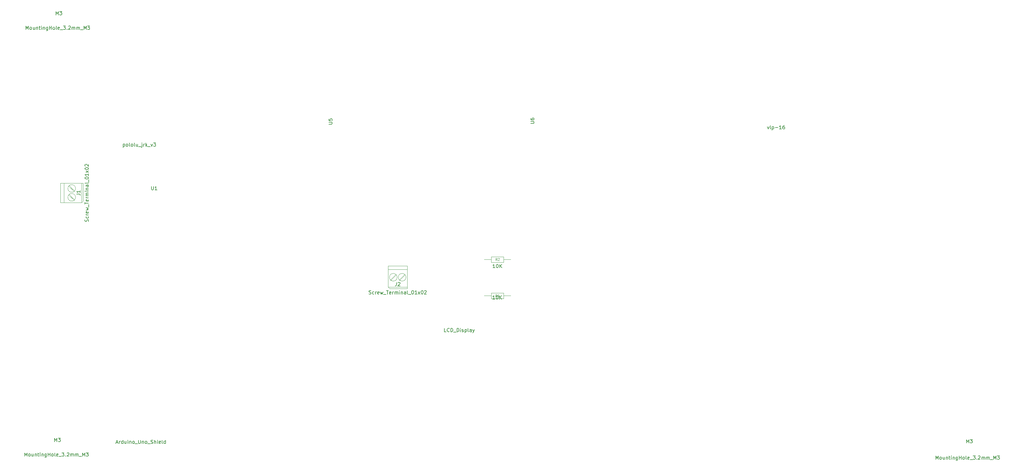
<source format=gbr>
G04 #@! TF.GenerationSoftware,KiCad,Pcbnew,5.0.2-bee76a0~70~ubuntu16.04.1*
G04 #@! TF.CreationDate,2021-10-26T00:07:22+01:00*
G04 #@! TF.ProjectId,Podcar_PCB,506f6463-6172-45f5-9043-422e6b696361,rev?*
G04 #@! TF.SameCoordinates,Original*
G04 #@! TF.FileFunction,Other,Fab,Top*
%FSLAX46Y46*%
G04 Gerber Fmt 4.6, Leading zero omitted, Abs format (unit mm)*
G04 Created by KiCad (PCBNEW 5.0.2-bee76a0~70~ubuntu16.04.1) date Tue 26 Oct 2021 00:07:22 BST*
%MOMM*%
%LPD*%
G01*
G04 APERTURE LIST*
%ADD10C,0.100000*%
%ADD11C,0.150000*%
%ADD12C,0.108000*%
G04 APERTURE END LIST*
D10*
G04 #@! TO.C,J2*
X116841000Y-91865000D02*
X115306000Y-93400000D01*
X116975000Y-92000000D02*
X115440000Y-93535000D01*
X114301000Y-91865000D02*
X112765000Y-93400000D01*
X114435000Y-92000000D02*
X112899000Y-93535000D01*
X112100000Y-90450000D02*
X117640000Y-90450000D01*
X112100000Y-95550000D02*
X117640000Y-95550000D01*
X112100000Y-95550000D02*
X112100000Y-89450000D01*
X112500000Y-95950000D02*
X112100000Y-95550000D01*
X117640000Y-95950000D02*
X112500000Y-95950000D01*
X117640000Y-89450000D02*
X117640000Y-95950000D01*
X112100000Y-89450000D02*
X117640000Y-89450000D01*
X117240000Y-92700000D02*
G75*
G03X117240000Y-92700000I-1100000J0D01*
G01*
X114700000Y-92700000D02*
G75*
G03X114700000Y-92700000I-1100000J0D01*
G01*
G04 #@! TO.C,J1*
X20365000Y-66459000D02*
X21900000Y-67994000D01*
X20500000Y-66325000D02*
X22035000Y-67860000D01*
X20365000Y-68999000D02*
X21900000Y-70535000D01*
X20500000Y-68865000D02*
X22035000Y-70401000D01*
X18950000Y-71200000D02*
X18950000Y-65660000D01*
X24050000Y-71200000D02*
X24050000Y-65660000D01*
X24050000Y-71200000D02*
X17950000Y-71200000D01*
X24450000Y-70800000D02*
X24050000Y-71200000D01*
X24450000Y-65660000D02*
X24450000Y-70800000D01*
X17950000Y-65660000D02*
X24450000Y-65660000D01*
X17950000Y-71200000D02*
X17950000Y-65660000D01*
X22300000Y-67160000D02*
G75*
G03X22300000Y-67160000I-1100000J0D01*
G01*
X22300000Y-69700000D02*
G75*
G03X22300000Y-69700000I-1100000J0D01*
G01*
G04 #@! TO.C,R2*
X147320000Y-87600000D02*
X145310000Y-87600000D01*
X139700000Y-87600000D02*
X141710000Y-87600000D01*
X145310000Y-86800000D02*
X141710000Y-86800000D01*
X145310000Y-88400000D02*
X145310000Y-86800000D01*
X141710000Y-88400000D02*
X145310000Y-88400000D01*
X141710000Y-86800000D02*
X141710000Y-88400000D01*
G04 #@! TO.C,R1*
X147320000Y-98000000D02*
X145310000Y-98000000D01*
X139700000Y-98000000D02*
X141710000Y-98000000D01*
X145310000Y-97200000D02*
X141710000Y-97200000D01*
X145310000Y-98800000D02*
X145310000Y-97200000D01*
X141710000Y-98800000D02*
X145310000Y-98800000D01*
X141710000Y-97200000D02*
X141710000Y-98800000D01*
G04 #@! TD*
G04 #@! TO.C,U2*
D11*
X35960333Y-54364314D02*
X35960333Y-55364314D01*
X35960333Y-54411933D02*
X36055571Y-54364314D01*
X36246047Y-54364314D01*
X36341285Y-54411933D01*
X36388904Y-54459552D01*
X36436523Y-54554790D01*
X36436523Y-54840504D01*
X36388904Y-54935742D01*
X36341285Y-54983361D01*
X36246047Y-55030980D01*
X36055571Y-55030980D01*
X35960333Y-54983361D01*
X37007952Y-55030980D02*
X36912714Y-54983361D01*
X36865095Y-54935742D01*
X36817476Y-54840504D01*
X36817476Y-54554790D01*
X36865095Y-54459552D01*
X36912714Y-54411933D01*
X37007952Y-54364314D01*
X37150809Y-54364314D01*
X37246047Y-54411933D01*
X37293666Y-54459552D01*
X37341285Y-54554790D01*
X37341285Y-54840504D01*
X37293666Y-54935742D01*
X37246047Y-54983361D01*
X37150809Y-55030980D01*
X37007952Y-55030980D01*
X37912714Y-55030980D02*
X37817476Y-54983361D01*
X37769857Y-54888123D01*
X37769857Y-54030980D01*
X38436523Y-55030980D02*
X38341285Y-54983361D01*
X38293666Y-54935742D01*
X38246047Y-54840504D01*
X38246047Y-54554790D01*
X38293666Y-54459552D01*
X38341285Y-54411933D01*
X38436523Y-54364314D01*
X38579380Y-54364314D01*
X38674619Y-54411933D01*
X38722238Y-54459552D01*
X38769857Y-54554790D01*
X38769857Y-54840504D01*
X38722238Y-54935742D01*
X38674619Y-54983361D01*
X38579380Y-55030980D01*
X38436523Y-55030980D01*
X39341285Y-55030980D02*
X39246047Y-54983361D01*
X39198428Y-54888123D01*
X39198428Y-54030980D01*
X40150809Y-54364314D02*
X40150809Y-55030980D01*
X39722238Y-54364314D02*
X39722238Y-54888123D01*
X39769857Y-54983361D01*
X39865095Y-55030980D01*
X40007952Y-55030980D01*
X40103190Y-54983361D01*
X40150809Y-54935742D01*
X40388904Y-55126219D02*
X41150809Y-55126219D01*
X41388904Y-54364314D02*
X41388904Y-55221457D01*
X41341285Y-55316695D01*
X41246047Y-55364314D01*
X41198428Y-55364314D01*
X41388904Y-54030980D02*
X41341285Y-54078600D01*
X41388904Y-54126219D01*
X41436523Y-54078600D01*
X41388904Y-54030980D01*
X41388904Y-54126219D01*
X41865095Y-55030980D02*
X41865095Y-54364314D01*
X41865095Y-54554790D02*
X41912714Y-54459552D01*
X41960333Y-54411933D01*
X42055571Y-54364314D01*
X42150809Y-54364314D01*
X42484142Y-55030980D02*
X42484142Y-54030980D01*
X42579380Y-54650028D02*
X42865095Y-55030980D01*
X42865095Y-54364314D02*
X42484142Y-54745266D01*
X43055571Y-55126219D02*
X43817476Y-55126219D01*
X43960333Y-54364314D02*
X44198428Y-55030980D01*
X44436523Y-54364314D01*
X44722238Y-54030980D02*
X45341285Y-54030980D01*
X45007952Y-54411933D01*
X45150809Y-54411933D01*
X45246047Y-54459552D01*
X45293666Y-54507171D01*
X45341285Y-54602409D01*
X45341285Y-54840504D01*
X45293666Y-54935742D01*
X45246047Y-54983361D01*
X45150809Y-55030980D01*
X44865095Y-55030980D01*
X44769857Y-54983361D01*
X44722238Y-54935742D01*
G04 #@! TO.C,XA1*
X33998761Y-140222666D02*
X34474952Y-140222666D01*
X33903523Y-140508380D02*
X34236857Y-139508380D01*
X34570190Y-140508380D01*
X34903523Y-140508380D02*
X34903523Y-139841714D01*
X34903523Y-140032190D02*
X34951142Y-139936952D01*
X34998761Y-139889333D01*
X35094000Y-139841714D01*
X35189238Y-139841714D01*
X35951142Y-140508380D02*
X35951142Y-139508380D01*
X35951142Y-140460761D02*
X35855904Y-140508380D01*
X35665428Y-140508380D01*
X35570190Y-140460761D01*
X35522571Y-140413142D01*
X35474952Y-140317904D01*
X35474952Y-140032190D01*
X35522571Y-139936952D01*
X35570190Y-139889333D01*
X35665428Y-139841714D01*
X35855904Y-139841714D01*
X35951142Y-139889333D01*
X36855904Y-139841714D02*
X36855904Y-140508380D01*
X36427333Y-139841714D02*
X36427333Y-140365523D01*
X36474952Y-140460761D01*
X36570190Y-140508380D01*
X36713047Y-140508380D01*
X36808285Y-140460761D01*
X36855904Y-140413142D01*
X37332095Y-140508380D02*
X37332095Y-139841714D01*
X37332095Y-139508380D02*
X37284476Y-139556000D01*
X37332095Y-139603619D01*
X37379714Y-139556000D01*
X37332095Y-139508380D01*
X37332095Y-139603619D01*
X37808285Y-139841714D02*
X37808285Y-140508380D01*
X37808285Y-139936952D02*
X37855904Y-139889333D01*
X37951142Y-139841714D01*
X38094000Y-139841714D01*
X38189238Y-139889333D01*
X38236857Y-139984571D01*
X38236857Y-140508380D01*
X38855904Y-140508380D02*
X38760666Y-140460761D01*
X38713047Y-140413142D01*
X38665428Y-140317904D01*
X38665428Y-140032190D01*
X38713047Y-139936952D01*
X38760666Y-139889333D01*
X38855904Y-139841714D01*
X38998761Y-139841714D01*
X39094000Y-139889333D01*
X39141619Y-139936952D01*
X39189238Y-140032190D01*
X39189238Y-140317904D01*
X39141619Y-140413142D01*
X39094000Y-140460761D01*
X38998761Y-140508380D01*
X38855904Y-140508380D01*
X39379714Y-140603619D02*
X40141619Y-140603619D01*
X40379714Y-139508380D02*
X40379714Y-140317904D01*
X40427333Y-140413142D01*
X40474952Y-140460761D01*
X40570190Y-140508380D01*
X40760666Y-140508380D01*
X40855904Y-140460761D01*
X40903523Y-140413142D01*
X40951142Y-140317904D01*
X40951142Y-139508380D01*
X41427333Y-139841714D02*
X41427333Y-140508380D01*
X41427333Y-139936952D02*
X41474952Y-139889333D01*
X41570190Y-139841714D01*
X41713047Y-139841714D01*
X41808285Y-139889333D01*
X41855904Y-139984571D01*
X41855904Y-140508380D01*
X42474952Y-140508380D02*
X42379714Y-140460761D01*
X42332095Y-140413142D01*
X42284476Y-140317904D01*
X42284476Y-140032190D01*
X42332095Y-139936952D01*
X42379714Y-139889333D01*
X42474952Y-139841714D01*
X42617809Y-139841714D01*
X42713047Y-139889333D01*
X42760666Y-139936952D01*
X42808285Y-140032190D01*
X42808285Y-140317904D01*
X42760666Y-140413142D01*
X42713047Y-140460761D01*
X42617809Y-140508380D01*
X42474952Y-140508380D01*
X42998761Y-140603619D02*
X43760666Y-140603619D01*
X43951142Y-140460761D02*
X44094000Y-140508380D01*
X44332095Y-140508380D01*
X44427333Y-140460761D01*
X44474952Y-140413142D01*
X44522571Y-140317904D01*
X44522571Y-140222666D01*
X44474952Y-140127428D01*
X44427333Y-140079809D01*
X44332095Y-140032190D01*
X44141619Y-139984571D01*
X44046380Y-139936952D01*
X43998761Y-139889333D01*
X43951142Y-139794095D01*
X43951142Y-139698857D01*
X43998761Y-139603619D01*
X44046380Y-139556000D01*
X44141619Y-139508380D01*
X44379714Y-139508380D01*
X44522571Y-139556000D01*
X44951142Y-140508380D02*
X44951142Y-139508380D01*
X45379714Y-140508380D02*
X45379714Y-139984571D01*
X45332095Y-139889333D01*
X45236857Y-139841714D01*
X45094000Y-139841714D01*
X44998761Y-139889333D01*
X44951142Y-139936952D01*
X45855904Y-140508380D02*
X45855904Y-139841714D01*
X45855904Y-139508380D02*
X45808285Y-139556000D01*
X45855904Y-139603619D01*
X45903523Y-139556000D01*
X45855904Y-139508380D01*
X45855904Y-139603619D01*
X46713047Y-140460761D02*
X46617809Y-140508380D01*
X46427333Y-140508380D01*
X46332095Y-140460761D01*
X46284476Y-140365523D01*
X46284476Y-139984571D01*
X46332095Y-139889333D01*
X46427333Y-139841714D01*
X46617809Y-139841714D01*
X46713047Y-139889333D01*
X46760666Y-139984571D01*
X46760666Y-140079809D01*
X46284476Y-140175047D01*
X47332095Y-140508380D02*
X47236857Y-140460761D01*
X47189238Y-140365523D01*
X47189238Y-139508380D01*
X48141619Y-140508380D02*
X48141619Y-139508380D01*
X48141619Y-140460761D02*
X48046380Y-140508380D01*
X47855904Y-140508380D01*
X47760666Y-140460761D01*
X47713047Y-140413142D01*
X47665428Y-140317904D01*
X47665428Y-140032190D01*
X47713047Y-139936952D01*
X47760666Y-139889333D01*
X47855904Y-139841714D01*
X48046380Y-139841714D01*
X48141619Y-139889333D01*
G04 #@! TO.C,U6*
X153052380Y-48461904D02*
X153861904Y-48461904D01*
X153957142Y-48414285D01*
X154004761Y-48366666D01*
X154052380Y-48271428D01*
X154052380Y-48080952D01*
X154004761Y-47985714D01*
X153957142Y-47938095D01*
X153861904Y-47890476D01*
X153052380Y-47890476D01*
X153052380Y-46985714D02*
X153052380Y-47176190D01*
X153100000Y-47271428D01*
X153147619Y-47319047D01*
X153290476Y-47414285D01*
X153480952Y-47461904D01*
X153861904Y-47461904D01*
X153957142Y-47414285D01*
X154004761Y-47366666D01*
X154052380Y-47271428D01*
X154052380Y-47080952D01*
X154004761Y-46985714D01*
X153957142Y-46938095D01*
X153861904Y-46890476D01*
X153623809Y-46890476D01*
X153528571Y-46938095D01*
X153480952Y-46985714D01*
X153433333Y-47080952D01*
X153433333Y-47271428D01*
X153480952Y-47366666D01*
X153528571Y-47414285D01*
X153623809Y-47461904D01*
G04 #@! TO.C,U5*
X95052380Y-48661904D02*
X95861904Y-48661904D01*
X95957142Y-48614285D01*
X96004761Y-48566666D01*
X96052380Y-48471428D01*
X96052380Y-48280952D01*
X96004761Y-48185714D01*
X95957142Y-48138095D01*
X95861904Y-48090476D01*
X95052380Y-48090476D01*
X95052380Y-47138095D02*
X95052380Y-47614285D01*
X95528571Y-47661904D01*
X95480952Y-47614285D01*
X95433333Y-47519047D01*
X95433333Y-47280952D01*
X95480952Y-47185714D01*
X95528571Y-47138095D01*
X95623809Y-47090476D01*
X95861904Y-47090476D01*
X95957142Y-47138095D01*
X96004761Y-47185714D01*
X96052380Y-47280952D01*
X96052380Y-47519047D01*
X96004761Y-47614285D01*
X95957142Y-47661904D01*
G04 #@! TO.C,U3*
X221076190Y-49385714D02*
X221314285Y-50052380D01*
X221552380Y-49385714D01*
X222076190Y-50052380D02*
X221980952Y-50004761D01*
X221933333Y-49909523D01*
X221933333Y-49052380D01*
X222457142Y-49385714D02*
X222457142Y-50385714D01*
X222457142Y-49433333D02*
X222552380Y-49385714D01*
X222742857Y-49385714D01*
X222838095Y-49433333D01*
X222885714Y-49480952D01*
X222933333Y-49576190D01*
X222933333Y-49861904D01*
X222885714Y-49957142D01*
X222838095Y-50004761D01*
X222742857Y-50052380D01*
X222552380Y-50052380D01*
X222457142Y-50004761D01*
X223361904Y-49671428D02*
X224123809Y-49671428D01*
X225123809Y-50052380D02*
X224552380Y-50052380D01*
X224838095Y-50052380D02*
X224838095Y-49052380D01*
X224742857Y-49195238D01*
X224647619Y-49290476D01*
X224552380Y-49338095D01*
X225980952Y-49052380D02*
X225790476Y-49052380D01*
X225695238Y-49100000D01*
X225647619Y-49147619D01*
X225552380Y-49290476D01*
X225504761Y-49480952D01*
X225504761Y-49861904D01*
X225552380Y-49957142D01*
X225600000Y-50004761D01*
X225695238Y-50052380D01*
X225885714Y-50052380D01*
X225980952Y-50004761D01*
X226028571Y-49957142D01*
X226076190Y-49861904D01*
X226076190Y-49623809D01*
X226028571Y-49528571D01*
X225980952Y-49480952D01*
X225885714Y-49433333D01*
X225695238Y-49433333D01*
X225600000Y-49480952D01*
X225552380Y-49528571D01*
X225504761Y-49623809D01*
G04 #@! TO.C,U4*
X128788095Y-108352380D02*
X128311904Y-108352380D01*
X128311904Y-107352380D01*
X129692857Y-108257142D02*
X129645238Y-108304761D01*
X129502380Y-108352380D01*
X129407142Y-108352380D01*
X129264285Y-108304761D01*
X129169047Y-108209523D01*
X129121428Y-108114285D01*
X129073809Y-107923809D01*
X129073809Y-107780952D01*
X129121428Y-107590476D01*
X129169047Y-107495238D01*
X129264285Y-107400000D01*
X129407142Y-107352380D01*
X129502380Y-107352380D01*
X129645238Y-107400000D01*
X129692857Y-107447619D01*
X130121428Y-108352380D02*
X130121428Y-107352380D01*
X130359523Y-107352380D01*
X130502380Y-107400000D01*
X130597619Y-107495238D01*
X130645238Y-107590476D01*
X130692857Y-107780952D01*
X130692857Y-107923809D01*
X130645238Y-108114285D01*
X130597619Y-108209523D01*
X130502380Y-108304761D01*
X130359523Y-108352380D01*
X130121428Y-108352380D01*
X130883333Y-108447619D02*
X131645238Y-108447619D01*
X131883333Y-108352380D02*
X131883333Y-107352380D01*
X132121428Y-107352380D01*
X132264285Y-107400000D01*
X132359523Y-107495238D01*
X132407142Y-107590476D01*
X132454761Y-107780952D01*
X132454761Y-107923809D01*
X132407142Y-108114285D01*
X132359523Y-108209523D01*
X132264285Y-108304761D01*
X132121428Y-108352380D01*
X131883333Y-108352380D01*
X132883333Y-108352380D02*
X132883333Y-107685714D01*
X132883333Y-107352380D02*
X132835714Y-107400000D01*
X132883333Y-107447619D01*
X132930952Y-107400000D01*
X132883333Y-107352380D01*
X132883333Y-107447619D01*
X133311904Y-108304761D02*
X133407142Y-108352380D01*
X133597619Y-108352380D01*
X133692857Y-108304761D01*
X133740476Y-108209523D01*
X133740476Y-108161904D01*
X133692857Y-108066666D01*
X133597619Y-108019047D01*
X133454761Y-108019047D01*
X133359523Y-107971428D01*
X133311904Y-107876190D01*
X133311904Y-107828571D01*
X133359523Y-107733333D01*
X133454761Y-107685714D01*
X133597619Y-107685714D01*
X133692857Y-107733333D01*
X134169047Y-107685714D02*
X134169047Y-108685714D01*
X134169047Y-107733333D02*
X134264285Y-107685714D01*
X134454761Y-107685714D01*
X134550000Y-107733333D01*
X134597619Y-107780952D01*
X134645238Y-107876190D01*
X134645238Y-108161904D01*
X134597619Y-108257142D01*
X134550000Y-108304761D01*
X134454761Y-108352380D01*
X134264285Y-108352380D01*
X134169047Y-108304761D01*
X135216666Y-108352380D02*
X135121428Y-108304761D01*
X135073809Y-108209523D01*
X135073809Y-107352380D01*
X136026190Y-108352380D02*
X136026190Y-107828571D01*
X135978571Y-107733333D01*
X135883333Y-107685714D01*
X135692857Y-107685714D01*
X135597619Y-107733333D01*
X136026190Y-108304761D02*
X135930952Y-108352380D01*
X135692857Y-108352380D01*
X135597619Y-108304761D01*
X135550000Y-108209523D01*
X135550000Y-108114285D01*
X135597619Y-108019047D01*
X135692857Y-107971428D01*
X135930952Y-107971428D01*
X136026190Y-107923809D01*
X136407142Y-107685714D02*
X136645238Y-108352380D01*
X136883333Y-107685714D02*
X136645238Y-108352380D01*
X136550000Y-108590476D01*
X136502380Y-108638095D01*
X136407142Y-108685714D01*
G04 #@! TO.C,J2*
X106631904Y-97474761D02*
X106774761Y-97522380D01*
X107012857Y-97522380D01*
X107108095Y-97474761D01*
X107155714Y-97427142D01*
X107203333Y-97331904D01*
X107203333Y-97236666D01*
X107155714Y-97141428D01*
X107108095Y-97093809D01*
X107012857Y-97046190D01*
X106822380Y-96998571D01*
X106727142Y-96950952D01*
X106679523Y-96903333D01*
X106631904Y-96808095D01*
X106631904Y-96712857D01*
X106679523Y-96617619D01*
X106727142Y-96570000D01*
X106822380Y-96522380D01*
X107060476Y-96522380D01*
X107203333Y-96570000D01*
X108060476Y-97474761D02*
X107965238Y-97522380D01*
X107774761Y-97522380D01*
X107679523Y-97474761D01*
X107631904Y-97427142D01*
X107584285Y-97331904D01*
X107584285Y-97046190D01*
X107631904Y-96950952D01*
X107679523Y-96903333D01*
X107774761Y-96855714D01*
X107965238Y-96855714D01*
X108060476Y-96903333D01*
X108489047Y-97522380D02*
X108489047Y-96855714D01*
X108489047Y-97046190D02*
X108536666Y-96950952D01*
X108584285Y-96903333D01*
X108679523Y-96855714D01*
X108774761Y-96855714D01*
X109489047Y-97474761D02*
X109393809Y-97522380D01*
X109203333Y-97522380D01*
X109108095Y-97474761D01*
X109060476Y-97379523D01*
X109060476Y-96998571D01*
X109108095Y-96903333D01*
X109203333Y-96855714D01*
X109393809Y-96855714D01*
X109489047Y-96903333D01*
X109536666Y-96998571D01*
X109536666Y-97093809D01*
X109060476Y-97189047D01*
X109870000Y-96855714D02*
X110060476Y-97522380D01*
X110250952Y-97046190D01*
X110441428Y-97522380D01*
X110631904Y-96855714D01*
X110774761Y-97617619D02*
X111536666Y-97617619D01*
X111631904Y-96522380D02*
X112203333Y-96522380D01*
X111917619Y-97522380D02*
X111917619Y-96522380D01*
X112917619Y-97474761D02*
X112822380Y-97522380D01*
X112631904Y-97522380D01*
X112536666Y-97474761D01*
X112489047Y-97379523D01*
X112489047Y-96998571D01*
X112536666Y-96903333D01*
X112631904Y-96855714D01*
X112822380Y-96855714D01*
X112917619Y-96903333D01*
X112965238Y-96998571D01*
X112965238Y-97093809D01*
X112489047Y-97189047D01*
X113393809Y-97522380D02*
X113393809Y-96855714D01*
X113393809Y-97046190D02*
X113441428Y-96950952D01*
X113489047Y-96903333D01*
X113584285Y-96855714D01*
X113679523Y-96855714D01*
X114012857Y-97522380D02*
X114012857Y-96855714D01*
X114012857Y-96950952D02*
X114060476Y-96903333D01*
X114155714Y-96855714D01*
X114298571Y-96855714D01*
X114393809Y-96903333D01*
X114441428Y-96998571D01*
X114441428Y-97522380D01*
X114441428Y-96998571D02*
X114489047Y-96903333D01*
X114584285Y-96855714D01*
X114727142Y-96855714D01*
X114822380Y-96903333D01*
X114870000Y-96998571D01*
X114870000Y-97522380D01*
X115346190Y-97522380D02*
X115346190Y-96855714D01*
X115346190Y-96522380D02*
X115298571Y-96570000D01*
X115346190Y-96617619D01*
X115393809Y-96570000D01*
X115346190Y-96522380D01*
X115346190Y-96617619D01*
X115822380Y-96855714D02*
X115822380Y-97522380D01*
X115822380Y-96950952D02*
X115870000Y-96903333D01*
X115965238Y-96855714D01*
X116108095Y-96855714D01*
X116203333Y-96903333D01*
X116250952Y-96998571D01*
X116250952Y-97522380D01*
X117155714Y-97522380D02*
X117155714Y-96998571D01*
X117108095Y-96903333D01*
X117012857Y-96855714D01*
X116822380Y-96855714D01*
X116727142Y-96903333D01*
X117155714Y-97474761D02*
X117060476Y-97522380D01*
X116822380Y-97522380D01*
X116727142Y-97474761D01*
X116679523Y-97379523D01*
X116679523Y-97284285D01*
X116727142Y-97189047D01*
X116822380Y-97141428D01*
X117060476Y-97141428D01*
X117155714Y-97093809D01*
X117774761Y-97522380D02*
X117679523Y-97474761D01*
X117631904Y-97379523D01*
X117631904Y-96522380D01*
X117917619Y-97617619D02*
X118679523Y-97617619D01*
X119108095Y-96522380D02*
X119203333Y-96522380D01*
X119298571Y-96570000D01*
X119346190Y-96617619D01*
X119393809Y-96712857D01*
X119441428Y-96903333D01*
X119441428Y-97141428D01*
X119393809Y-97331904D01*
X119346190Y-97427142D01*
X119298571Y-97474761D01*
X119203333Y-97522380D01*
X119108095Y-97522380D01*
X119012857Y-97474761D01*
X118965238Y-97427142D01*
X118917619Y-97331904D01*
X118870000Y-97141428D01*
X118870000Y-96903333D01*
X118917619Y-96712857D01*
X118965238Y-96617619D01*
X119012857Y-96570000D01*
X119108095Y-96522380D01*
X120393809Y-97522380D02*
X119822380Y-97522380D01*
X120108095Y-97522380D02*
X120108095Y-96522380D01*
X120012857Y-96665238D01*
X119917619Y-96760476D01*
X119822380Y-96808095D01*
X120727142Y-97522380D02*
X121250952Y-96855714D01*
X120727142Y-96855714D02*
X121250952Y-97522380D01*
X121822380Y-96522380D02*
X121917619Y-96522380D01*
X122012857Y-96570000D01*
X122060476Y-96617619D01*
X122108095Y-96712857D01*
X122155714Y-96903333D01*
X122155714Y-97141428D01*
X122108095Y-97331904D01*
X122060476Y-97427142D01*
X122012857Y-97474761D01*
X121917619Y-97522380D01*
X121822380Y-97522380D01*
X121727142Y-97474761D01*
X121679523Y-97427142D01*
X121631904Y-97331904D01*
X121584285Y-97141428D01*
X121584285Y-96903333D01*
X121631904Y-96712857D01*
X121679523Y-96617619D01*
X121727142Y-96570000D01*
X121822380Y-96522380D01*
X122536666Y-96617619D02*
X122584285Y-96570000D01*
X122679523Y-96522380D01*
X122917619Y-96522380D01*
X123012857Y-96570000D01*
X123060476Y-96617619D01*
X123108095Y-96712857D01*
X123108095Y-96808095D01*
X123060476Y-96950952D01*
X122489047Y-97522380D01*
X123108095Y-97522380D01*
X114536666Y-94152380D02*
X114536666Y-94866666D01*
X114489047Y-95009523D01*
X114393809Y-95104761D01*
X114250952Y-95152380D01*
X114155714Y-95152380D01*
X114965238Y-94247619D02*
X115012857Y-94200000D01*
X115108095Y-94152380D01*
X115346190Y-94152380D01*
X115441428Y-94200000D01*
X115489047Y-94247619D01*
X115536666Y-94342857D01*
X115536666Y-94438095D01*
X115489047Y-94580952D01*
X114917619Y-95152380D01*
X115536666Y-95152380D01*
G04 #@! TO.C,J1*
X25974761Y-76668095D02*
X26022380Y-76525238D01*
X26022380Y-76287142D01*
X25974761Y-76191904D01*
X25927142Y-76144285D01*
X25831904Y-76096666D01*
X25736666Y-76096666D01*
X25641428Y-76144285D01*
X25593809Y-76191904D01*
X25546190Y-76287142D01*
X25498571Y-76477619D01*
X25450952Y-76572857D01*
X25403333Y-76620476D01*
X25308095Y-76668095D01*
X25212857Y-76668095D01*
X25117619Y-76620476D01*
X25070000Y-76572857D01*
X25022380Y-76477619D01*
X25022380Y-76239523D01*
X25070000Y-76096666D01*
X25974761Y-75239523D02*
X26022380Y-75334761D01*
X26022380Y-75525238D01*
X25974761Y-75620476D01*
X25927142Y-75668095D01*
X25831904Y-75715714D01*
X25546190Y-75715714D01*
X25450952Y-75668095D01*
X25403333Y-75620476D01*
X25355714Y-75525238D01*
X25355714Y-75334761D01*
X25403333Y-75239523D01*
X26022380Y-74810952D02*
X25355714Y-74810952D01*
X25546190Y-74810952D02*
X25450952Y-74763333D01*
X25403333Y-74715714D01*
X25355714Y-74620476D01*
X25355714Y-74525238D01*
X25974761Y-73810952D02*
X26022380Y-73906190D01*
X26022380Y-74096666D01*
X25974761Y-74191904D01*
X25879523Y-74239523D01*
X25498571Y-74239523D01*
X25403333Y-74191904D01*
X25355714Y-74096666D01*
X25355714Y-73906190D01*
X25403333Y-73810952D01*
X25498571Y-73763333D01*
X25593809Y-73763333D01*
X25689047Y-74239523D01*
X25355714Y-73430000D02*
X26022380Y-73239523D01*
X25546190Y-73049047D01*
X26022380Y-72858571D01*
X25355714Y-72668095D01*
X26117619Y-72525238D02*
X26117619Y-71763333D01*
X25022380Y-71668095D02*
X25022380Y-71096666D01*
X26022380Y-71382380D02*
X25022380Y-71382380D01*
X25974761Y-70382380D02*
X26022380Y-70477619D01*
X26022380Y-70668095D01*
X25974761Y-70763333D01*
X25879523Y-70810952D01*
X25498571Y-70810952D01*
X25403333Y-70763333D01*
X25355714Y-70668095D01*
X25355714Y-70477619D01*
X25403333Y-70382380D01*
X25498571Y-70334761D01*
X25593809Y-70334761D01*
X25689047Y-70810952D01*
X26022380Y-69906190D02*
X25355714Y-69906190D01*
X25546190Y-69906190D02*
X25450952Y-69858571D01*
X25403333Y-69810952D01*
X25355714Y-69715714D01*
X25355714Y-69620476D01*
X26022380Y-69287142D02*
X25355714Y-69287142D01*
X25450952Y-69287142D02*
X25403333Y-69239523D01*
X25355714Y-69144285D01*
X25355714Y-69001428D01*
X25403333Y-68906190D01*
X25498571Y-68858571D01*
X26022380Y-68858571D01*
X25498571Y-68858571D02*
X25403333Y-68810952D01*
X25355714Y-68715714D01*
X25355714Y-68572857D01*
X25403333Y-68477619D01*
X25498571Y-68430000D01*
X26022380Y-68430000D01*
X26022380Y-67953809D02*
X25355714Y-67953809D01*
X25022380Y-67953809D02*
X25070000Y-68001428D01*
X25117619Y-67953809D01*
X25070000Y-67906190D01*
X25022380Y-67953809D01*
X25117619Y-67953809D01*
X25355714Y-67477619D02*
X26022380Y-67477619D01*
X25450952Y-67477619D02*
X25403333Y-67430000D01*
X25355714Y-67334761D01*
X25355714Y-67191904D01*
X25403333Y-67096666D01*
X25498571Y-67049047D01*
X26022380Y-67049047D01*
X26022380Y-66144285D02*
X25498571Y-66144285D01*
X25403333Y-66191904D01*
X25355714Y-66287142D01*
X25355714Y-66477619D01*
X25403333Y-66572857D01*
X25974761Y-66144285D02*
X26022380Y-66239523D01*
X26022380Y-66477619D01*
X25974761Y-66572857D01*
X25879523Y-66620476D01*
X25784285Y-66620476D01*
X25689047Y-66572857D01*
X25641428Y-66477619D01*
X25641428Y-66239523D01*
X25593809Y-66144285D01*
X26022380Y-65525238D02*
X25974761Y-65620476D01*
X25879523Y-65668095D01*
X25022380Y-65668095D01*
X26117619Y-65382380D02*
X26117619Y-64620476D01*
X25022380Y-64191904D02*
X25022380Y-64096666D01*
X25070000Y-64001428D01*
X25117619Y-63953809D01*
X25212857Y-63906190D01*
X25403333Y-63858571D01*
X25641428Y-63858571D01*
X25831904Y-63906190D01*
X25927142Y-63953809D01*
X25974761Y-64001428D01*
X26022380Y-64096666D01*
X26022380Y-64191904D01*
X25974761Y-64287142D01*
X25927142Y-64334761D01*
X25831904Y-64382380D01*
X25641428Y-64430000D01*
X25403333Y-64430000D01*
X25212857Y-64382380D01*
X25117619Y-64334761D01*
X25070000Y-64287142D01*
X25022380Y-64191904D01*
X26022380Y-62906190D02*
X26022380Y-63477619D01*
X26022380Y-63191904D02*
X25022380Y-63191904D01*
X25165238Y-63287142D01*
X25260476Y-63382380D01*
X25308095Y-63477619D01*
X26022380Y-62572857D02*
X25355714Y-62049047D01*
X25355714Y-62572857D02*
X26022380Y-62049047D01*
X25022380Y-61477619D02*
X25022380Y-61382380D01*
X25070000Y-61287142D01*
X25117619Y-61239523D01*
X25212857Y-61191904D01*
X25403333Y-61144285D01*
X25641428Y-61144285D01*
X25831904Y-61191904D01*
X25927142Y-61239523D01*
X25974761Y-61287142D01*
X26022380Y-61382380D01*
X26022380Y-61477619D01*
X25974761Y-61572857D01*
X25927142Y-61620476D01*
X25831904Y-61668095D01*
X25641428Y-61715714D01*
X25403333Y-61715714D01*
X25212857Y-61668095D01*
X25117619Y-61620476D01*
X25070000Y-61572857D01*
X25022380Y-61477619D01*
X25117619Y-60763333D02*
X25070000Y-60715714D01*
X25022380Y-60620476D01*
X25022380Y-60382380D01*
X25070000Y-60287142D01*
X25117619Y-60239523D01*
X25212857Y-60191904D01*
X25308095Y-60191904D01*
X25450952Y-60239523D01*
X26022380Y-60810952D01*
X26022380Y-60191904D01*
X22652380Y-68763333D02*
X23366666Y-68763333D01*
X23509523Y-68810952D01*
X23604761Y-68906190D01*
X23652380Y-69049047D01*
X23652380Y-69144285D01*
X23652380Y-67763333D02*
X23652380Y-68334761D01*
X23652380Y-68049047D02*
X22652380Y-68049047D01*
X22795238Y-68144285D01*
X22890476Y-68239523D01*
X22938095Y-68334761D01*
G04 #@! TO.C,U1*
X44138095Y-66552380D02*
X44138095Y-67361904D01*
X44185714Y-67457142D01*
X44233333Y-67504761D01*
X44328571Y-67552380D01*
X44519047Y-67552380D01*
X44614285Y-67504761D01*
X44661904Y-67457142D01*
X44709523Y-67361904D01*
X44709523Y-66552380D01*
X45709523Y-67552380D02*
X45138095Y-67552380D01*
X45423809Y-67552380D02*
X45423809Y-66552380D01*
X45328571Y-66695238D01*
X45233333Y-66790476D01*
X45138095Y-66838095D01*
G04 #@! TO.C,R2*
X142819523Y-89972380D02*
X142248095Y-89972380D01*
X142533809Y-89972380D02*
X142533809Y-88972380D01*
X142438571Y-89115238D01*
X142343333Y-89210476D01*
X142248095Y-89258095D01*
X143438571Y-88972380D02*
X143533809Y-88972380D01*
X143629047Y-89020000D01*
X143676666Y-89067619D01*
X143724285Y-89162857D01*
X143771904Y-89353333D01*
X143771904Y-89591428D01*
X143724285Y-89781904D01*
X143676666Y-89877142D01*
X143629047Y-89924761D01*
X143533809Y-89972380D01*
X143438571Y-89972380D01*
X143343333Y-89924761D01*
X143295714Y-89877142D01*
X143248095Y-89781904D01*
X143200476Y-89591428D01*
X143200476Y-89353333D01*
X143248095Y-89162857D01*
X143295714Y-89067619D01*
X143343333Y-89020000D01*
X143438571Y-88972380D01*
X144200476Y-89972380D02*
X144200476Y-88972380D01*
X144771904Y-89972380D02*
X144343333Y-89400952D01*
X144771904Y-88972380D02*
X144200476Y-89543809D01*
D12*
X143390000Y-87925714D02*
X143150000Y-87582857D01*
X142978571Y-87925714D02*
X142978571Y-87205714D01*
X143252857Y-87205714D01*
X143321428Y-87240000D01*
X143355714Y-87274285D01*
X143390000Y-87342857D01*
X143390000Y-87445714D01*
X143355714Y-87514285D01*
X143321428Y-87548571D01*
X143252857Y-87582857D01*
X142978571Y-87582857D01*
X143664285Y-87274285D02*
X143698571Y-87240000D01*
X143767142Y-87205714D01*
X143938571Y-87205714D01*
X144007142Y-87240000D01*
X144041428Y-87274285D01*
X144075714Y-87342857D01*
X144075714Y-87411428D01*
X144041428Y-87514285D01*
X143630000Y-87925714D01*
X144075714Y-87925714D01*
G04 #@! TO.C,R1*
D11*
X142759523Y-98952380D02*
X142188095Y-98952380D01*
X142473809Y-98952380D02*
X142473809Y-97952380D01*
X142378571Y-98095238D01*
X142283333Y-98190476D01*
X142188095Y-98238095D01*
X143378571Y-97952380D02*
X143473809Y-97952380D01*
X143569047Y-98000000D01*
X143616666Y-98047619D01*
X143664285Y-98142857D01*
X143711904Y-98333333D01*
X143711904Y-98571428D01*
X143664285Y-98761904D01*
X143616666Y-98857142D01*
X143569047Y-98904761D01*
X143473809Y-98952380D01*
X143378571Y-98952380D01*
X143283333Y-98904761D01*
X143235714Y-98857142D01*
X143188095Y-98761904D01*
X143140476Y-98571428D01*
X143140476Y-98333333D01*
X143188095Y-98142857D01*
X143235714Y-98047619D01*
X143283333Y-98000000D01*
X143378571Y-97952380D01*
X144140476Y-98952380D02*
X144140476Y-97952380D01*
X144711904Y-98952380D02*
X144283333Y-98380952D01*
X144711904Y-97952380D02*
X144140476Y-98523809D01*
D12*
X143390000Y-98325714D02*
X143150000Y-97982857D01*
X142978571Y-98325714D02*
X142978571Y-97605714D01*
X143252857Y-97605714D01*
X143321428Y-97640000D01*
X143355714Y-97674285D01*
X143390000Y-97742857D01*
X143390000Y-97845714D01*
X143355714Y-97914285D01*
X143321428Y-97948571D01*
X143252857Y-97982857D01*
X142978571Y-97982857D01*
X144075714Y-98325714D02*
X143664285Y-98325714D01*
X143870000Y-98325714D02*
X143870000Y-97605714D01*
X143801428Y-97708571D01*
X143732857Y-97777142D01*
X143664285Y-97811428D01*
G04 #@! TO.C,M3*
D11*
X269480952Y-145052380D02*
X269480952Y-144052380D01*
X269814285Y-144766666D01*
X270147619Y-144052380D01*
X270147619Y-145052380D01*
X270766666Y-145052380D02*
X270671428Y-145004761D01*
X270623809Y-144957142D01*
X270576190Y-144861904D01*
X270576190Y-144576190D01*
X270623809Y-144480952D01*
X270671428Y-144433333D01*
X270766666Y-144385714D01*
X270909523Y-144385714D01*
X271004761Y-144433333D01*
X271052380Y-144480952D01*
X271100000Y-144576190D01*
X271100000Y-144861904D01*
X271052380Y-144957142D01*
X271004761Y-145004761D01*
X270909523Y-145052380D01*
X270766666Y-145052380D01*
X271957142Y-144385714D02*
X271957142Y-145052380D01*
X271528571Y-144385714D02*
X271528571Y-144909523D01*
X271576190Y-145004761D01*
X271671428Y-145052380D01*
X271814285Y-145052380D01*
X271909523Y-145004761D01*
X271957142Y-144957142D01*
X272433333Y-144385714D02*
X272433333Y-145052380D01*
X272433333Y-144480952D02*
X272480952Y-144433333D01*
X272576190Y-144385714D01*
X272719047Y-144385714D01*
X272814285Y-144433333D01*
X272861904Y-144528571D01*
X272861904Y-145052380D01*
X273195238Y-144385714D02*
X273576190Y-144385714D01*
X273338095Y-144052380D02*
X273338095Y-144909523D01*
X273385714Y-145004761D01*
X273480952Y-145052380D01*
X273576190Y-145052380D01*
X273909523Y-145052380D02*
X273909523Y-144385714D01*
X273909523Y-144052380D02*
X273861904Y-144100000D01*
X273909523Y-144147619D01*
X273957142Y-144100000D01*
X273909523Y-144052380D01*
X273909523Y-144147619D01*
X274385714Y-144385714D02*
X274385714Y-145052380D01*
X274385714Y-144480952D02*
X274433333Y-144433333D01*
X274528571Y-144385714D01*
X274671428Y-144385714D01*
X274766666Y-144433333D01*
X274814285Y-144528571D01*
X274814285Y-145052380D01*
X275719047Y-144385714D02*
X275719047Y-145195238D01*
X275671428Y-145290476D01*
X275623809Y-145338095D01*
X275528571Y-145385714D01*
X275385714Y-145385714D01*
X275290476Y-145338095D01*
X275719047Y-145004761D02*
X275623809Y-145052380D01*
X275433333Y-145052380D01*
X275338095Y-145004761D01*
X275290476Y-144957142D01*
X275242857Y-144861904D01*
X275242857Y-144576190D01*
X275290476Y-144480952D01*
X275338095Y-144433333D01*
X275433333Y-144385714D01*
X275623809Y-144385714D01*
X275719047Y-144433333D01*
X276195238Y-145052380D02*
X276195238Y-144052380D01*
X276195238Y-144528571D02*
X276766666Y-144528571D01*
X276766666Y-145052380D02*
X276766666Y-144052380D01*
X277385714Y-145052380D02*
X277290476Y-145004761D01*
X277242857Y-144957142D01*
X277195238Y-144861904D01*
X277195238Y-144576190D01*
X277242857Y-144480952D01*
X277290476Y-144433333D01*
X277385714Y-144385714D01*
X277528571Y-144385714D01*
X277623809Y-144433333D01*
X277671428Y-144480952D01*
X277719047Y-144576190D01*
X277719047Y-144861904D01*
X277671428Y-144957142D01*
X277623809Y-145004761D01*
X277528571Y-145052380D01*
X277385714Y-145052380D01*
X278290476Y-145052380D02*
X278195238Y-145004761D01*
X278147619Y-144909523D01*
X278147619Y-144052380D01*
X279052380Y-145004761D02*
X278957142Y-145052380D01*
X278766666Y-145052380D01*
X278671428Y-145004761D01*
X278623809Y-144909523D01*
X278623809Y-144528571D01*
X278671428Y-144433333D01*
X278766666Y-144385714D01*
X278957142Y-144385714D01*
X279052380Y-144433333D01*
X279100000Y-144528571D01*
X279100000Y-144623809D01*
X278623809Y-144719047D01*
X279290476Y-145147619D02*
X280052380Y-145147619D01*
X280195238Y-144052380D02*
X280814285Y-144052380D01*
X280480952Y-144433333D01*
X280623809Y-144433333D01*
X280719047Y-144480952D01*
X280766666Y-144528571D01*
X280814285Y-144623809D01*
X280814285Y-144861904D01*
X280766666Y-144957142D01*
X280719047Y-145004761D01*
X280623809Y-145052380D01*
X280338095Y-145052380D01*
X280242857Y-145004761D01*
X280195238Y-144957142D01*
X281242857Y-144957142D02*
X281290476Y-145004761D01*
X281242857Y-145052380D01*
X281195238Y-145004761D01*
X281242857Y-144957142D01*
X281242857Y-145052380D01*
X281671428Y-144147619D02*
X281719047Y-144100000D01*
X281814285Y-144052380D01*
X282052380Y-144052380D01*
X282147619Y-144100000D01*
X282195238Y-144147619D01*
X282242857Y-144242857D01*
X282242857Y-144338095D01*
X282195238Y-144480952D01*
X281623809Y-145052380D01*
X282242857Y-145052380D01*
X282671428Y-145052380D02*
X282671428Y-144385714D01*
X282671428Y-144480952D02*
X282719047Y-144433333D01*
X282814285Y-144385714D01*
X282957142Y-144385714D01*
X283052380Y-144433333D01*
X283100000Y-144528571D01*
X283100000Y-145052380D01*
X283100000Y-144528571D02*
X283147619Y-144433333D01*
X283242857Y-144385714D01*
X283385714Y-144385714D01*
X283480952Y-144433333D01*
X283528571Y-144528571D01*
X283528571Y-145052380D01*
X284004761Y-145052380D02*
X284004761Y-144385714D01*
X284004761Y-144480952D02*
X284052380Y-144433333D01*
X284147619Y-144385714D01*
X284290476Y-144385714D01*
X284385714Y-144433333D01*
X284433333Y-144528571D01*
X284433333Y-145052380D01*
X284433333Y-144528571D02*
X284480952Y-144433333D01*
X284576190Y-144385714D01*
X284719047Y-144385714D01*
X284814285Y-144433333D01*
X284861904Y-144528571D01*
X284861904Y-145052380D01*
X285100000Y-145147619D02*
X285861904Y-145147619D01*
X286100000Y-145052380D02*
X286100000Y-144052380D01*
X286433333Y-144766666D01*
X286766666Y-144052380D01*
X286766666Y-145052380D01*
X287147619Y-144052380D02*
X287766666Y-144052380D01*
X287433333Y-144433333D01*
X287576190Y-144433333D01*
X287671428Y-144480952D01*
X287719047Y-144528571D01*
X287766666Y-144623809D01*
X287766666Y-144861904D01*
X287719047Y-144957142D01*
X287671428Y-145004761D01*
X287576190Y-145052380D01*
X287290476Y-145052380D01*
X287195238Y-145004761D01*
X287147619Y-144957142D01*
X278290476Y-140352380D02*
X278290476Y-139352380D01*
X278623809Y-140066666D01*
X278957142Y-139352380D01*
X278957142Y-140352380D01*
X279338095Y-139352380D02*
X279957142Y-139352380D01*
X279623809Y-139733333D01*
X279766666Y-139733333D01*
X279861904Y-139780952D01*
X279909523Y-139828571D01*
X279957142Y-139923809D01*
X279957142Y-140161904D01*
X279909523Y-140257142D01*
X279861904Y-140304761D01*
X279766666Y-140352380D01*
X279480952Y-140352380D01*
X279385714Y-140304761D01*
X279338095Y-140257142D01*
X7680952Y-144152380D02*
X7680952Y-143152380D01*
X8014285Y-143866666D01*
X8347619Y-143152380D01*
X8347619Y-144152380D01*
X8966666Y-144152380D02*
X8871428Y-144104761D01*
X8823809Y-144057142D01*
X8776190Y-143961904D01*
X8776190Y-143676190D01*
X8823809Y-143580952D01*
X8871428Y-143533333D01*
X8966666Y-143485714D01*
X9109523Y-143485714D01*
X9204761Y-143533333D01*
X9252380Y-143580952D01*
X9299999Y-143676190D01*
X9299999Y-143961904D01*
X9252380Y-144057142D01*
X9204761Y-144104761D01*
X9109523Y-144152380D01*
X8966666Y-144152380D01*
X10157142Y-143485714D02*
X10157142Y-144152380D01*
X9728571Y-143485714D02*
X9728571Y-144009523D01*
X9776190Y-144104761D01*
X9871428Y-144152380D01*
X10014285Y-144152380D01*
X10109523Y-144104761D01*
X10157142Y-144057142D01*
X10633333Y-143485714D02*
X10633333Y-144152380D01*
X10633333Y-143580952D02*
X10680952Y-143533333D01*
X10776190Y-143485714D01*
X10919047Y-143485714D01*
X11014285Y-143533333D01*
X11061904Y-143628571D01*
X11061904Y-144152380D01*
X11395238Y-143485714D02*
X11776190Y-143485714D01*
X11538095Y-143152380D02*
X11538095Y-144009523D01*
X11585714Y-144104761D01*
X11680952Y-144152380D01*
X11776190Y-144152380D01*
X12109523Y-144152380D02*
X12109523Y-143485714D01*
X12109523Y-143152380D02*
X12061904Y-143200000D01*
X12109523Y-143247619D01*
X12157142Y-143200000D01*
X12109523Y-143152380D01*
X12109523Y-143247619D01*
X12585714Y-143485714D02*
X12585714Y-144152380D01*
X12585714Y-143580952D02*
X12633333Y-143533333D01*
X12728571Y-143485714D01*
X12871428Y-143485714D01*
X12966666Y-143533333D01*
X13014285Y-143628571D01*
X13014285Y-144152380D01*
X13919047Y-143485714D02*
X13919047Y-144295238D01*
X13871428Y-144390476D01*
X13823809Y-144438095D01*
X13728571Y-144485714D01*
X13585714Y-144485714D01*
X13490476Y-144438095D01*
X13919047Y-144104761D02*
X13823809Y-144152380D01*
X13633333Y-144152380D01*
X13538095Y-144104761D01*
X13490476Y-144057142D01*
X13442857Y-143961904D01*
X13442857Y-143676190D01*
X13490476Y-143580952D01*
X13538095Y-143533333D01*
X13633333Y-143485714D01*
X13823809Y-143485714D01*
X13919047Y-143533333D01*
X14395238Y-144152380D02*
X14395238Y-143152380D01*
X14395238Y-143628571D02*
X14966666Y-143628571D01*
X14966666Y-144152380D02*
X14966666Y-143152380D01*
X15585714Y-144152380D02*
X15490476Y-144104761D01*
X15442857Y-144057142D01*
X15395238Y-143961904D01*
X15395238Y-143676190D01*
X15442857Y-143580952D01*
X15490476Y-143533333D01*
X15585714Y-143485714D01*
X15728571Y-143485714D01*
X15823809Y-143533333D01*
X15871428Y-143580952D01*
X15919047Y-143676190D01*
X15919047Y-143961904D01*
X15871428Y-144057142D01*
X15823809Y-144104761D01*
X15728571Y-144152380D01*
X15585714Y-144152380D01*
X16490476Y-144152380D02*
X16395238Y-144104761D01*
X16347619Y-144009523D01*
X16347619Y-143152380D01*
X17252380Y-144104761D02*
X17157142Y-144152380D01*
X16966666Y-144152380D01*
X16871428Y-144104761D01*
X16823809Y-144009523D01*
X16823809Y-143628571D01*
X16871428Y-143533333D01*
X16966666Y-143485714D01*
X17157142Y-143485714D01*
X17252380Y-143533333D01*
X17299999Y-143628571D01*
X17299999Y-143723809D01*
X16823809Y-143819047D01*
X17490476Y-144247619D02*
X18252380Y-144247619D01*
X18395238Y-143152380D02*
X19014285Y-143152380D01*
X18680952Y-143533333D01*
X18823809Y-143533333D01*
X18919047Y-143580952D01*
X18966666Y-143628571D01*
X19014285Y-143723809D01*
X19014285Y-143961904D01*
X18966666Y-144057142D01*
X18919047Y-144104761D01*
X18823809Y-144152380D01*
X18538095Y-144152380D01*
X18442857Y-144104761D01*
X18395238Y-144057142D01*
X19442857Y-144057142D02*
X19490476Y-144104761D01*
X19442857Y-144152380D01*
X19395238Y-144104761D01*
X19442857Y-144057142D01*
X19442857Y-144152380D01*
X19871428Y-143247619D02*
X19919047Y-143200000D01*
X20014285Y-143152380D01*
X20252380Y-143152380D01*
X20347619Y-143200000D01*
X20395238Y-143247619D01*
X20442857Y-143342857D01*
X20442857Y-143438095D01*
X20395238Y-143580952D01*
X19823809Y-144152380D01*
X20442857Y-144152380D01*
X20871428Y-144152380D02*
X20871428Y-143485714D01*
X20871428Y-143580952D02*
X20919047Y-143533333D01*
X21014285Y-143485714D01*
X21157142Y-143485714D01*
X21252380Y-143533333D01*
X21299999Y-143628571D01*
X21299999Y-144152380D01*
X21299999Y-143628571D02*
X21347619Y-143533333D01*
X21442857Y-143485714D01*
X21585714Y-143485714D01*
X21680952Y-143533333D01*
X21728571Y-143628571D01*
X21728571Y-144152380D01*
X22204761Y-144152380D02*
X22204761Y-143485714D01*
X22204761Y-143580952D02*
X22252380Y-143533333D01*
X22347619Y-143485714D01*
X22490476Y-143485714D01*
X22585714Y-143533333D01*
X22633333Y-143628571D01*
X22633333Y-144152380D01*
X22633333Y-143628571D02*
X22680952Y-143533333D01*
X22776190Y-143485714D01*
X22919047Y-143485714D01*
X23014285Y-143533333D01*
X23061904Y-143628571D01*
X23061904Y-144152380D01*
X23299999Y-144247619D02*
X24061904Y-144247619D01*
X24299999Y-144152380D02*
X24299999Y-143152380D01*
X24633333Y-143866666D01*
X24966666Y-143152380D01*
X24966666Y-144152380D01*
X25347619Y-143152380D02*
X25966666Y-143152380D01*
X25633333Y-143533333D01*
X25776190Y-143533333D01*
X25871428Y-143580952D01*
X25919047Y-143628571D01*
X25966666Y-143723809D01*
X25966666Y-143961904D01*
X25919047Y-144057142D01*
X25871428Y-144104761D01*
X25776190Y-144152380D01*
X25490476Y-144152380D01*
X25395238Y-144104761D01*
X25347619Y-144057142D01*
X16290476Y-139952380D02*
X16290476Y-138952380D01*
X16623809Y-139666666D01*
X16957142Y-138952380D01*
X16957142Y-139952380D01*
X17338095Y-138952380D02*
X17957142Y-138952380D01*
X17623809Y-139333333D01*
X17766666Y-139333333D01*
X17861904Y-139380952D01*
X17909523Y-139428571D01*
X17957142Y-139523809D01*
X17957142Y-139761904D01*
X17909523Y-139857142D01*
X17861904Y-139904761D01*
X17766666Y-139952380D01*
X17480952Y-139952380D01*
X17385714Y-139904761D01*
X17338095Y-139857142D01*
X8080952Y-21452380D02*
X8080952Y-20452380D01*
X8414285Y-21166666D01*
X8747619Y-20452380D01*
X8747619Y-21452380D01*
X9366666Y-21452380D02*
X9271428Y-21404761D01*
X9223809Y-21357142D01*
X9176190Y-21261904D01*
X9176190Y-20976190D01*
X9223809Y-20880952D01*
X9271428Y-20833333D01*
X9366666Y-20785714D01*
X9509523Y-20785714D01*
X9604761Y-20833333D01*
X9652380Y-20880952D01*
X9699999Y-20976190D01*
X9699999Y-21261904D01*
X9652380Y-21357142D01*
X9604761Y-21404761D01*
X9509523Y-21452380D01*
X9366666Y-21452380D01*
X10557142Y-20785714D02*
X10557142Y-21452380D01*
X10128571Y-20785714D02*
X10128571Y-21309523D01*
X10176190Y-21404761D01*
X10271428Y-21452380D01*
X10414285Y-21452380D01*
X10509523Y-21404761D01*
X10557142Y-21357142D01*
X11033333Y-20785714D02*
X11033333Y-21452380D01*
X11033333Y-20880952D02*
X11080952Y-20833333D01*
X11176190Y-20785714D01*
X11319047Y-20785714D01*
X11414285Y-20833333D01*
X11461904Y-20928571D01*
X11461904Y-21452380D01*
X11795238Y-20785714D02*
X12176190Y-20785714D01*
X11938095Y-20452380D02*
X11938095Y-21309523D01*
X11985714Y-21404761D01*
X12080952Y-21452380D01*
X12176190Y-21452380D01*
X12509523Y-21452380D02*
X12509523Y-20785714D01*
X12509523Y-20452380D02*
X12461904Y-20500000D01*
X12509523Y-20547619D01*
X12557142Y-20500000D01*
X12509523Y-20452380D01*
X12509523Y-20547619D01*
X12985714Y-20785714D02*
X12985714Y-21452380D01*
X12985714Y-20880952D02*
X13033333Y-20833333D01*
X13128571Y-20785714D01*
X13271428Y-20785714D01*
X13366666Y-20833333D01*
X13414285Y-20928571D01*
X13414285Y-21452380D01*
X14319047Y-20785714D02*
X14319047Y-21595238D01*
X14271428Y-21690476D01*
X14223809Y-21738095D01*
X14128571Y-21785714D01*
X13985714Y-21785714D01*
X13890476Y-21738095D01*
X14319047Y-21404761D02*
X14223809Y-21452380D01*
X14033333Y-21452380D01*
X13938095Y-21404761D01*
X13890476Y-21357142D01*
X13842857Y-21261904D01*
X13842857Y-20976190D01*
X13890476Y-20880952D01*
X13938095Y-20833333D01*
X14033333Y-20785714D01*
X14223809Y-20785714D01*
X14319047Y-20833333D01*
X14795238Y-21452380D02*
X14795238Y-20452380D01*
X14795238Y-20928571D02*
X15366666Y-20928571D01*
X15366666Y-21452380D02*
X15366666Y-20452380D01*
X15985714Y-21452380D02*
X15890476Y-21404761D01*
X15842857Y-21357142D01*
X15795238Y-21261904D01*
X15795238Y-20976190D01*
X15842857Y-20880952D01*
X15890476Y-20833333D01*
X15985714Y-20785714D01*
X16128571Y-20785714D01*
X16223809Y-20833333D01*
X16271428Y-20880952D01*
X16319047Y-20976190D01*
X16319047Y-21261904D01*
X16271428Y-21357142D01*
X16223809Y-21404761D01*
X16128571Y-21452380D01*
X15985714Y-21452380D01*
X16890476Y-21452380D02*
X16795238Y-21404761D01*
X16747619Y-21309523D01*
X16747619Y-20452380D01*
X17652380Y-21404761D02*
X17557142Y-21452380D01*
X17366666Y-21452380D01*
X17271428Y-21404761D01*
X17223809Y-21309523D01*
X17223809Y-20928571D01*
X17271428Y-20833333D01*
X17366666Y-20785714D01*
X17557142Y-20785714D01*
X17652380Y-20833333D01*
X17699999Y-20928571D01*
X17699999Y-21023809D01*
X17223809Y-21119047D01*
X17890476Y-21547619D02*
X18652380Y-21547619D01*
X18795238Y-20452380D02*
X19414285Y-20452380D01*
X19080952Y-20833333D01*
X19223809Y-20833333D01*
X19319047Y-20880952D01*
X19366666Y-20928571D01*
X19414285Y-21023809D01*
X19414285Y-21261904D01*
X19366666Y-21357142D01*
X19319047Y-21404761D01*
X19223809Y-21452380D01*
X18938095Y-21452380D01*
X18842857Y-21404761D01*
X18795238Y-21357142D01*
X19842857Y-21357142D02*
X19890476Y-21404761D01*
X19842857Y-21452380D01*
X19795238Y-21404761D01*
X19842857Y-21357142D01*
X19842857Y-21452380D01*
X20271428Y-20547619D02*
X20319047Y-20500000D01*
X20414285Y-20452380D01*
X20652380Y-20452380D01*
X20747619Y-20500000D01*
X20795238Y-20547619D01*
X20842857Y-20642857D01*
X20842857Y-20738095D01*
X20795238Y-20880952D01*
X20223809Y-21452380D01*
X20842857Y-21452380D01*
X21271428Y-21452380D02*
X21271428Y-20785714D01*
X21271428Y-20880952D02*
X21319047Y-20833333D01*
X21414285Y-20785714D01*
X21557142Y-20785714D01*
X21652380Y-20833333D01*
X21699999Y-20928571D01*
X21699999Y-21452380D01*
X21699999Y-20928571D02*
X21747619Y-20833333D01*
X21842857Y-20785714D01*
X21985714Y-20785714D01*
X22080952Y-20833333D01*
X22128571Y-20928571D01*
X22128571Y-21452380D01*
X22604761Y-21452380D02*
X22604761Y-20785714D01*
X22604761Y-20880952D02*
X22652380Y-20833333D01*
X22747619Y-20785714D01*
X22890476Y-20785714D01*
X22985714Y-20833333D01*
X23033333Y-20928571D01*
X23033333Y-21452380D01*
X23033333Y-20928571D02*
X23080952Y-20833333D01*
X23176190Y-20785714D01*
X23319047Y-20785714D01*
X23414285Y-20833333D01*
X23461904Y-20928571D01*
X23461904Y-21452380D01*
X23699999Y-21547619D02*
X24461904Y-21547619D01*
X24699999Y-21452380D02*
X24699999Y-20452380D01*
X25033333Y-21166666D01*
X25366666Y-20452380D01*
X25366666Y-21452380D01*
X25747619Y-20452380D02*
X26366666Y-20452380D01*
X26033333Y-20833333D01*
X26176190Y-20833333D01*
X26271428Y-20880952D01*
X26319047Y-20928571D01*
X26366666Y-21023809D01*
X26366666Y-21261904D01*
X26319047Y-21357142D01*
X26271428Y-21404761D01*
X26176190Y-21452380D01*
X25890476Y-21452380D01*
X25795238Y-21404761D01*
X25747619Y-21357142D01*
X16690476Y-17252380D02*
X16690476Y-16252380D01*
X17023809Y-16966666D01*
X17357142Y-16252380D01*
X17357142Y-17252380D01*
X17738095Y-16252380D02*
X18357142Y-16252380D01*
X18023809Y-16633333D01*
X18166666Y-16633333D01*
X18261904Y-16680952D01*
X18309523Y-16728571D01*
X18357142Y-16823809D01*
X18357142Y-17061904D01*
X18309523Y-17157142D01*
X18261904Y-17204761D01*
X18166666Y-17252380D01*
X17880952Y-17252380D01*
X17785714Y-17204761D01*
X17738095Y-17157142D01*
G04 #@! TD*
M02*

</source>
